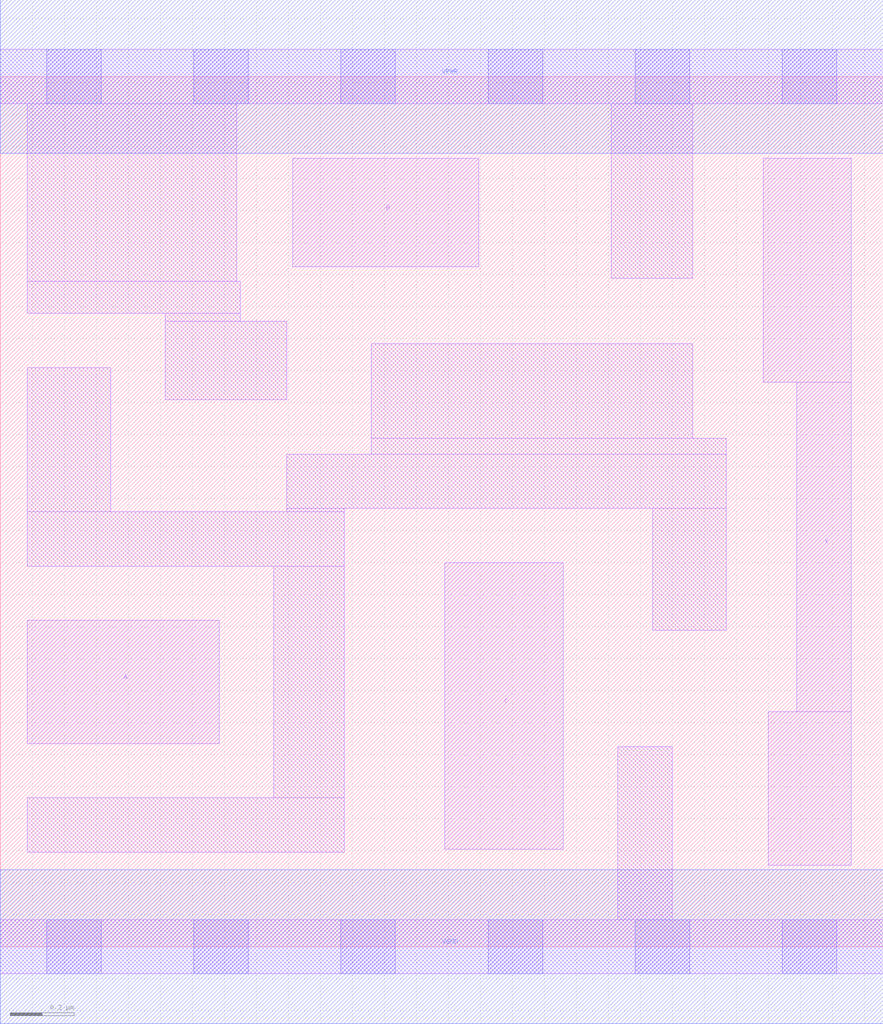
<source format=lef>
# Copyright 2020 The SkyWater PDK Authors
#
# Licensed under the Apache License, Version 2.0 (the "License");
# you may not use this file except in compliance with the License.
# You may obtain a copy of the License at
#
#     https://www.apache.org/licenses/LICENSE-2.0
#
# Unless required by applicable law or agreed to in writing, software
# distributed under the License is distributed on an "AS IS" BASIS,
# WITHOUT WARRANTIES OR CONDITIONS OF ANY KIND, either express or implied.
# See the License for the specific language governing permissions and
# limitations under the License.
#
# SPDX-License-Identifier: Apache-2.0

VERSION 5.7 ;
  NAMESCASESENSITIVE ON ;
  NOWIREEXTENSIONATPIN ON ;
  DIVIDERCHAR "/" ;
  BUSBITCHARS "[]" ;
UNITS
  DATABASE MICRONS 200 ;
END UNITS
PROPERTYDEFINITIONS
  MACRO maskLayoutSubType STRING ;
  MACRO prCellType STRING ;
  MACRO originalViewName STRING ;
END PROPERTYDEFINITIONS
MACRO sky130_fd_sc_hdll__and3_1
  CLASS CORE ;
  FOREIGN sky130_fd_sc_hdll__and3_1 ;
  ORIGIN  0.000000  0.000000 ;
  SIZE  2.760000 BY  2.720000 ;
  SYMMETRY X Y R90 ;
  SITE unithd ;
  PIN A
    ANTENNAGATEAREA  0.138600 ;
    DIRECTION INPUT ;
    USE SIGNAL ;
    PORT
      LAYER li1 ;
        RECT 0.085000 0.635000 0.685000 1.020000 ;
    END
  END A
  PIN B
    ANTENNAGATEAREA  0.138600 ;
    DIRECTION INPUT ;
    USE SIGNAL ;
    PORT
      LAYER li1 ;
        RECT 0.915000 2.125000 1.495000 2.465000 ;
    END
  END B
  PIN C
    ANTENNAGATEAREA  0.138600 ;
    DIRECTION INPUT ;
    USE SIGNAL ;
    PORT
      LAYER li1 ;
        RECT 1.390000 0.305000 1.760000 1.200000 ;
    END
  END C
  PIN VGND
    ANTENNADIFFAREA  0.258000 ;
    DIRECTION INOUT ;
    USE SIGNAL ;
    PORT
      LAYER met1 ;
        RECT 0.000000 -0.240000 2.760000 0.240000 ;
    END
  END VGND
  PIN VPWR
    ANTENNADIFFAREA  0.454800 ;
    DIRECTION INOUT ;
    USE SIGNAL ;
    PORT
      LAYER met1 ;
        RECT 0.000000 2.480000 2.760000 2.960000 ;
    END
  END VPWR
  PIN X
    ANTENNADIFFAREA  0.439000 ;
    DIRECTION OUTPUT ;
    USE SIGNAL ;
    PORT
      LAYER li1 ;
        RECT 2.385000 1.765000 2.660000 2.465000 ;
        RECT 2.400000 0.255000 2.660000 0.735000 ;
        RECT 2.490000 0.735000 2.660000 1.765000 ;
    END
  END X
  OBS
    LAYER li1 ;
      RECT 0.000000 -0.085000 2.760000 0.085000 ;
      RECT 0.000000  2.635000 2.760000 2.805000 ;
      RECT 0.085000  0.295000 1.075000 0.465000 ;
      RECT 0.085000  1.190000 1.075000 1.360000 ;
      RECT 0.085000  1.360000 0.345000 1.810000 ;
      RECT 0.085000  1.980000 0.750000 2.080000 ;
      RECT 0.085000  2.080000 0.740000 2.635000 ;
      RECT 0.515000  1.710000 0.895000 1.955000 ;
      RECT 0.515000  1.955000 0.750000 1.980000 ;
      RECT 0.855000  0.465000 1.075000 1.190000 ;
      RECT 0.895000  1.360000 1.075000 1.370000 ;
      RECT 0.895000  1.370000 2.270000 1.540000 ;
      RECT 1.160000  1.540000 2.270000 1.590000 ;
      RECT 1.160000  1.590000 2.165000 1.885000 ;
      RECT 1.910000  2.090000 2.165000 2.635000 ;
      RECT 1.930000  0.085000 2.100000 0.625000 ;
      RECT 2.040000  0.990000 2.270000 1.370000 ;
    LAYER mcon ;
      RECT 0.145000 -0.085000 0.315000 0.085000 ;
      RECT 0.145000  2.635000 0.315000 2.805000 ;
      RECT 0.605000 -0.085000 0.775000 0.085000 ;
      RECT 0.605000  2.635000 0.775000 2.805000 ;
      RECT 1.065000 -0.085000 1.235000 0.085000 ;
      RECT 1.065000  2.635000 1.235000 2.805000 ;
      RECT 1.525000 -0.085000 1.695000 0.085000 ;
      RECT 1.525000  2.635000 1.695000 2.805000 ;
      RECT 1.985000 -0.085000 2.155000 0.085000 ;
      RECT 1.985000  2.635000 2.155000 2.805000 ;
      RECT 2.445000 -0.085000 2.615000 0.085000 ;
      RECT 2.445000  2.635000 2.615000 2.805000 ;
  END
  PROPERTY maskLayoutSubType "abstract" ;
  PROPERTY prCellType "standard" ;
  PROPERTY originalViewName "layout" ;
END sky130_fd_sc_hdll__and3_1

</source>
